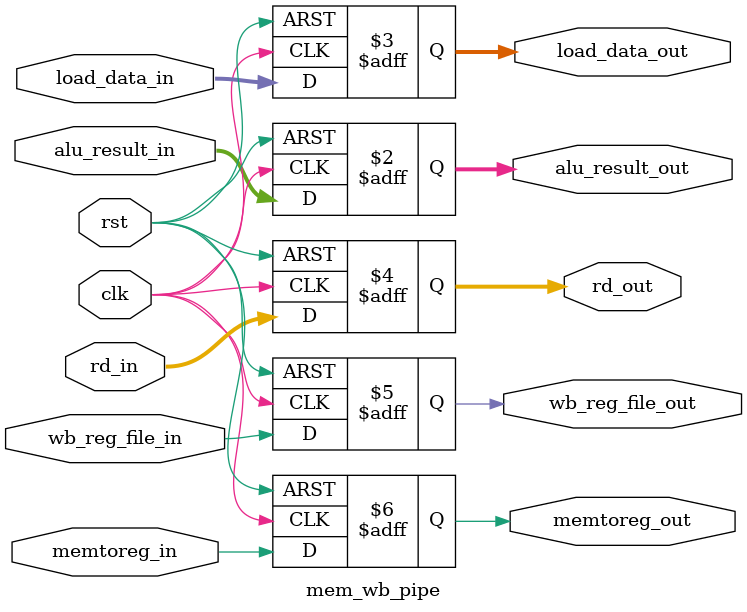
<source format=v>
module mem_wb_pipe (
    input          clk,
    input          rst,
 //   input          en,        // enable (1 = advance, 0 = hold/stall)
 //   input          flush,     // bubble insertion (1 = insert NOP/bubble)

    // Input from MEM stage (to be registered)
    input   [31:0] alu_result_in,
    input   [31:0] load_data_in,
    input   [4:0]  rd_in,
    input          wb_reg_file_in,
    input          memtoreg_in,

   /* // Optional: pass-through branch info for observation (not for redirect)
    input         modify_pc_in,
    input  [31:0] update_pc_in,
    input  [31:0] jump_addr_in,
    input         update_btb_in,*/

    // Outputs to WB stage
    output reg  [31:0] alu_result_out,
    output reg  [31:0] load_data_out,
    output reg  [4:0]  rd_out,
    output reg         wb_reg_file_out,
    output reg         memtoreg_out

    // Forwarding / debug: data that forwarding unit should use from MEM/WB
   // output wire [31:0] data_forward_wb // typically selected as WB writeback data (mem or ALU)

   /* // Optional branch pass-through (for logging / performance counters)
    output reg         modify_pc_out,
    output reg [31:0]  update_pc_out,
    output reg [31:0]  jump_addr_out,
    output reg         update_btb_out*/
);

    // Internal: selected WB data (not registered here  outputs already register values)
    // Provide the forwarding value as the data that will be written back to the register file.
    // Forwarding unit expects the most-recent data available in WB stage:
    // If memtoreg_out==1 -> load data else -> alu result.
    //

//    assign data_forward_wb = (memtoreg_out) ? load_data_out : alu_result_out;

    // Safe NOP defaults
    parameter [31:0] ZERO32 = 32'h00000000;
    parameter [4:0]  ZERO5  = 5'd0;

    always @(posedge clk or posedge rst) begin
        if (rst) begin
            // reset outputs to safe defaults
            alu_result_out   <= ZERO32;
            load_data_out    <= ZERO32;
            rd_out           <= ZERO5;
            wb_reg_file_out  <= 1'b0;
            memtoreg_out     <= 1'b0;
         /*   modify_pc_out    <= 1'b0;
            update_pc_out    <= ZERO32;
            jump_addr_out    <= ZERO32;
            update_btb_out   <= 1'b0;*/
        end
        
        else  begin
            // Normal capture from MEM stage
            alu_result_out   <= alu_result_in;
            load_data_out    <= load_data_in;
            rd_out           <= rd_in;
            wb_reg_file_out  <= wb_reg_file_in;
            memtoreg_out     <= memtoreg_in;
         /*   // Branch info forwarded for visibility only
            modify_pc_out    <= modify_pc_in;
            update_pc_out    <= update_pc_in;
            jump_addr_out    <= jump_addr_in;
            update_btb_out   <= update_btb_in;*/
        end
    end

endmodule

</source>
